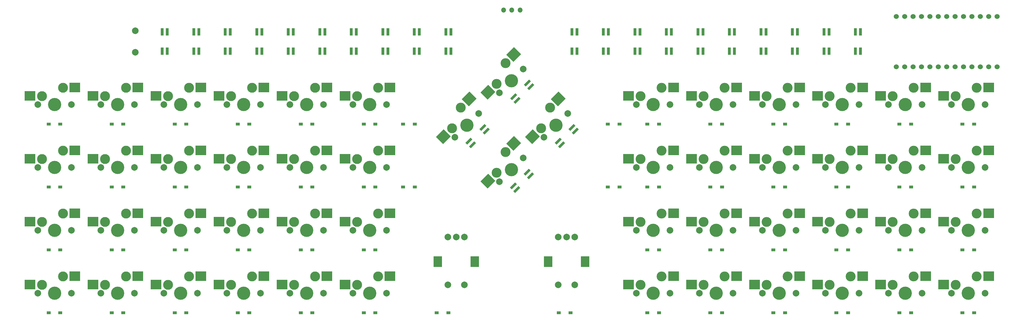
<source format=gbs>
G04 #@! TF.GenerationSoftware,KiCad,Pcbnew,(6.0.2)*
G04 #@! TF.CreationDate,2022-02-24T21:52:04+09:00*
G04 #@! TF.ProjectId,RoSoR,526f536f-522e-46b6-9963-61645f706362,rev?*
G04 #@! TF.SameCoordinates,Original*
G04 #@! TF.FileFunction,Soldermask,Bot*
G04 #@! TF.FilePolarity,Negative*
%FSLAX46Y46*%
G04 Gerber Fmt 4.6, Leading zero omitted, Abs format (unit mm)*
G04 Created by KiCad (PCBNEW (6.0.2)) date 2022-02-24 21:52:04*
%MOMM*%
%LPD*%
G01*
G04 APERTURE LIST*
G04 Aperture macros list*
%AMRotRect*
0 Rectangle, with rotation*
0 The origin of the aperture is its center*
0 $1 length*
0 $2 width*
0 $3 Rotation angle, in degrees counterclockwise*
0 Add horizontal line*
21,1,$1,$2,0,0,$3*%
G04 Aperture macros list end*
%ADD10C,4.000000*%
%ADD11C,3.000000*%
%ADD12C,2.000000*%
%ADD13R,3.300000X3.000000*%
%ADD14RotRect,3.300000X3.000000X225.000000*%
%ADD15R,1.300000X0.950000*%
%ADD16R,0.820000X2.200000*%
%ADD17RotRect,2.200000X0.820000X45.000000*%
%ADD18R,2.500000X3.200000*%
%ADD19C,1.524000*%
%ADD20O,1.500000X1.500000*%
G04 APERTURE END LIST*
D10*
X252412500Y-47625000D03*
D11*
X254952500Y-42545000D03*
D12*
X257492500Y-47625000D03*
X247332500Y-47625000D03*
D11*
X248602500Y-45085000D03*
D13*
X244962500Y-45045000D03*
X258562500Y-42505000D03*
D10*
X184920385Y-53951635D03*
D12*
X188512487Y-50359533D03*
D11*
X180430257Y-54849661D03*
X183124334Y-48563481D03*
D12*
X181328283Y-57543737D03*
D14*
X177828104Y-57395245D03*
X185648705Y-45982542D03*
D11*
X54927500Y-42545000D03*
D12*
X57467500Y-47625000D03*
D10*
X52387500Y-47625000D03*
D11*
X48577500Y-45085000D03*
D12*
X47307500Y-47625000D03*
D13*
X44937500Y-45045000D03*
X58537500Y-42505000D03*
D15*
X212537680Y-91678202D03*
X216087680Y-91678202D03*
X88712576Y-72628186D03*
X92262576Y-72628186D03*
D12*
X295592500Y-47625000D03*
D10*
X290512500Y-47625000D03*
D11*
X293052500Y-42545000D03*
X286702500Y-45085000D03*
D12*
X285432500Y-47625000D03*
D13*
X283062500Y-45045000D03*
X296662500Y-42505000D03*
D12*
X57745458Y-25325072D03*
X57745458Y-31825072D03*
X209232500Y-85725000D03*
D10*
X214312500Y-85725000D03*
D11*
X210502500Y-83185000D03*
X216852500Y-80645000D03*
D12*
X219392500Y-85725000D03*
D13*
X206862500Y-83145000D03*
X220462500Y-80605000D03*
D15*
X269687728Y-110728218D03*
X273237728Y-110728218D03*
X69662560Y-110728218D03*
X73212560Y-110728218D03*
D16*
X84975000Y-25625000D03*
X84975000Y-31525000D03*
X86475000Y-31525000D03*
X86475000Y-25625000D03*
D17*
X189748728Y-54610566D03*
X185576798Y-58782496D03*
X186637458Y-59843156D03*
X190809388Y-55671226D03*
D15*
X307787760Y-91678202D03*
X311337760Y-91678202D03*
D12*
X114617500Y-85725000D03*
D11*
X105727500Y-83185000D03*
D10*
X109537500Y-85725000D03*
D12*
X104457500Y-85725000D03*
D11*
X112077500Y-80645000D03*
D13*
X102087500Y-83145000D03*
X115687500Y-80605000D03*
D12*
X28257500Y-85725000D03*
D11*
X35877500Y-80645000D03*
D12*
X38417500Y-85725000D03*
D10*
X33337500Y-85725000D03*
D11*
X29527500Y-83185000D03*
D13*
X25887500Y-83145000D03*
X39487500Y-80605000D03*
D15*
X69662560Y-72628186D03*
X73212560Y-72628186D03*
X307787760Y-72628186D03*
X311337760Y-72628186D03*
D12*
X266382500Y-85725000D03*
D11*
X274002500Y-80645000D03*
X267652500Y-83185000D03*
D10*
X271462500Y-85725000D03*
D12*
X276542500Y-85725000D03*
D13*
X264012500Y-83145000D03*
X277612500Y-80605000D03*
D15*
X250637712Y-72628186D03*
X254187712Y-72628186D03*
X269687728Y-91678202D03*
X273237728Y-91678202D03*
X50612544Y-72628186D03*
X54162544Y-72628186D03*
D10*
X252412500Y-85725000D03*
D11*
X254952500Y-80645000D03*
D12*
X247332500Y-85725000D03*
D11*
X248602500Y-83185000D03*
D12*
X257492500Y-85725000D03*
D13*
X244962500Y-83145000D03*
X258562500Y-80605000D03*
D12*
X76517500Y-66675000D03*
D11*
X67627500Y-64135000D03*
D10*
X71437500Y-66675000D03*
D11*
X73977500Y-61595000D03*
D12*
X66357500Y-66675000D03*
D13*
X63987500Y-64095000D03*
X77587500Y-61555000D03*
D10*
X252412500Y-104775000D03*
D12*
X247332500Y-104775000D03*
X257492500Y-104775000D03*
D11*
X254952500Y-99695000D03*
X248602500Y-102235000D03*
D13*
X244962500Y-102195000D03*
X258562500Y-99655000D03*
D15*
X88712576Y-110728218D03*
X92262576Y-110728218D03*
D12*
X133667500Y-66675000D03*
D11*
X131127500Y-61595000D03*
X124777500Y-64135000D03*
D10*
X128587500Y-66675000D03*
D12*
X123507500Y-66675000D03*
D13*
X121137500Y-64095000D03*
X134737500Y-61555000D03*
D12*
X95567500Y-104775000D03*
D11*
X86677500Y-102235000D03*
X93027500Y-99695000D03*
D12*
X85407500Y-104775000D03*
D10*
X90487500Y-104775000D03*
D13*
X83037500Y-102195000D03*
X96637500Y-99655000D03*
D15*
X148839442Y-110728218D03*
X152389442Y-110728218D03*
D12*
X285432500Y-85725000D03*
D11*
X286702500Y-83185000D03*
D10*
X290512500Y-85725000D03*
D12*
X295592500Y-85725000D03*
D11*
X293052500Y-80645000D03*
D13*
X283062500Y-83145000D03*
X296662500Y-80605000D03*
D12*
X66357500Y-47625000D03*
D11*
X73977500Y-42545000D03*
X67627500Y-45085000D03*
D12*
X76517500Y-47625000D03*
D10*
X71437500Y-47625000D03*
D13*
X63987500Y-45045000D03*
X77587500Y-42505000D03*
D15*
X50612544Y-53578170D03*
X54162544Y-53578170D03*
D12*
X238442500Y-47625000D03*
X228282500Y-47625000D03*
D11*
X235902500Y-42545000D03*
X229552500Y-45085000D03*
D10*
X233362500Y-47625000D03*
D13*
X225912500Y-45045000D03*
X239512500Y-42505000D03*
D15*
X50612544Y-91678202D03*
X54162544Y-91678202D03*
D11*
X305752500Y-83185000D03*
D12*
X304482500Y-85725000D03*
D11*
X312102500Y-80645000D03*
D10*
X309562500Y-85725000D03*
D12*
X314642500Y-85725000D03*
D13*
X302112500Y-83145000D03*
X315712500Y-80605000D03*
D10*
X309562500Y-104775000D03*
D12*
X304482500Y-104775000D03*
D11*
X312102500Y-99695000D03*
X305752500Y-102235000D03*
D12*
X314642500Y-104775000D03*
D13*
X302112500Y-102195000D03*
X315712500Y-99655000D03*
D12*
X238442500Y-66675000D03*
D11*
X229552500Y-64135000D03*
X235902500Y-61595000D03*
D12*
X228282500Y-66675000D03*
D10*
X233362500Y-66675000D03*
D13*
X225912500Y-64095000D03*
X239512500Y-61555000D03*
D15*
X107762592Y-91678202D03*
X111312592Y-91678202D03*
D17*
X162810773Y-54608071D03*
X158638843Y-58780001D03*
X159699503Y-59840661D03*
X163871433Y-55668731D03*
D15*
X138718868Y-72628186D03*
X142268868Y-72628186D03*
X200631420Y-53578170D03*
X204181420Y-53578170D03*
D10*
X233362500Y-104775000D03*
D11*
X229552500Y-102235000D03*
D12*
X238442500Y-104775000D03*
D11*
X235902500Y-99695000D03*
D12*
X228282500Y-104775000D03*
D13*
X225912500Y-102195000D03*
X239512500Y-99655000D03*
D15*
X231587696Y-53578170D03*
X235137696Y-53578170D03*
D12*
X38417500Y-47625000D03*
D11*
X29527500Y-45085000D03*
D12*
X28257500Y-47625000D03*
D10*
X33337500Y-47625000D03*
D11*
X35877500Y-42545000D03*
D13*
X25887500Y-45045000D03*
X39487500Y-42505000D03*
D12*
X157281250Y-87750000D03*
X152281250Y-87750000D03*
X154781250Y-87750000D03*
D18*
X160381250Y-95250000D03*
X149181250Y-95250000D03*
D12*
X152281250Y-102250000D03*
X157281250Y-102250000D03*
D16*
X132600000Y-25625000D03*
X132600000Y-31525000D03*
X134100000Y-31525000D03*
X134100000Y-25625000D03*
D15*
X307787760Y-53578170D03*
X311337760Y-53578170D03*
X212537680Y-110728218D03*
X216087680Y-110728218D03*
D16*
X104025000Y-25625000D03*
X104025000Y-31525000D03*
X105525000Y-31525000D03*
X105525000Y-25625000D03*
D12*
X190618750Y-87750000D03*
X185618750Y-87750000D03*
X188118750Y-87750000D03*
D18*
X182518750Y-95250000D03*
X193718750Y-95250000D03*
D12*
X185618750Y-102250000D03*
X190618750Y-102250000D03*
D15*
X288737744Y-72628186D03*
X292287744Y-72628186D03*
D12*
X47307500Y-85725000D03*
D10*
X52387500Y-85725000D03*
D11*
X48577500Y-83185000D03*
D12*
X57467500Y-85725000D03*
D11*
X54927500Y-80645000D03*
D13*
X44937500Y-83145000D03*
X58537500Y-80605000D03*
D11*
X267652500Y-45085000D03*
D10*
X271462500Y-47625000D03*
D11*
X274002500Y-42545000D03*
D12*
X276542500Y-47625000D03*
X266382500Y-47625000D03*
D13*
X264012500Y-45045000D03*
X277612500Y-42505000D03*
D11*
X305752500Y-64135000D03*
D12*
X304482500Y-66675000D03*
X314642500Y-66675000D03*
D10*
X309562500Y-66675000D03*
D11*
X312102500Y-61595000D03*
D13*
X302112500Y-64095000D03*
X315712500Y-61555000D03*
D15*
X307787760Y-110728218D03*
X311337760Y-110728218D03*
X31562528Y-72628186D03*
X35112528Y-72628186D03*
D17*
X176205293Y-68151419D03*
X172033363Y-72323349D03*
X173094023Y-73384009D03*
X177265953Y-69212079D03*
D16*
X227850000Y-25625000D03*
X227850000Y-31525000D03*
X229350000Y-31525000D03*
X229350000Y-25625000D03*
D15*
X31562528Y-53578170D03*
X35112528Y-53578170D03*
D19*
X290322000Y-36231400D03*
X292862000Y-36231400D03*
X295402000Y-36231400D03*
X297942000Y-36231400D03*
X300482000Y-36231400D03*
X303022000Y-36231400D03*
X305562000Y-36231400D03*
X308102000Y-36231400D03*
X310642000Y-36231400D03*
X313182000Y-36231400D03*
X315722000Y-36231400D03*
X318262000Y-36231400D03*
X318262000Y-21011400D03*
X315722000Y-21011400D03*
X313182000Y-21011400D03*
X310642000Y-21011400D03*
X308102000Y-21011400D03*
X305562000Y-21011400D03*
X303022000Y-21011400D03*
X300482000Y-21011400D03*
X297942000Y-21011400D03*
X295402000Y-21011400D03*
X292862000Y-21011400D03*
X290322000Y-21011400D03*
X287782000Y-21011400D03*
X287782000Y-36231400D03*
D15*
X50612544Y-110728218D03*
X54162544Y-110728218D03*
D12*
X175042102Y-36889148D03*
D11*
X166959872Y-41379276D03*
X169653949Y-35093096D03*
D12*
X167857898Y-44073352D03*
D10*
X171450000Y-40481250D03*
D14*
X164357719Y-43924860D03*
X172178320Y-32512157D03*
D15*
X88712576Y-53578170D03*
X92262576Y-53578170D03*
D16*
X123075000Y-25625000D03*
X123075000Y-31525000D03*
X124575000Y-31525000D03*
X124575000Y-25625000D03*
D10*
X128587500Y-47625000D03*
D12*
X133667500Y-47625000D03*
X123507500Y-47625000D03*
D11*
X131127500Y-42545000D03*
X124777500Y-45085000D03*
D13*
X121137500Y-45045000D03*
X134737500Y-42505000D03*
D12*
X104457500Y-104775000D03*
D11*
X105727500Y-102235000D03*
D12*
X114617500Y-104775000D03*
D11*
X112077500Y-99695000D03*
D10*
X109537500Y-104775000D03*
D13*
X102087500Y-102195000D03*
X115687500Y-99655000D03*
D16*
X199275000Y-25625000D03*
X199275000Y-31525000D03*
X200775000Y-31525000D03*
X200775000Y-25625000D03*
D15*
X185748910Y-110728218D03*
X189298910Y-110728218D03*
D11*
X48577500Y-64135000D03*
D12*
X57467500Y-66675000D03*
D11*
X54927500Y-61595000D03*
D12*
X47307500Y-66675000D03*
D10*
X52387500Y-66675000D03*
D13*
X44937500Y-64095000D03*
X58537500Y-61555000D03*
D16*
X75450000Y-25625000D03*
X75450000Y-31525000D03*
X76950000Y-31525000D03*
X76950000Y-25625000D03*
D15*
X69662560Y-91678202D03*
X73212560Y-91678202D03*
X250637712Y-110728218D03*
X254187712Y-110728218D03*
X269687728Y-53578170D03*
X273237728Y-53578170D03*
D11*
X105727500Y-64135000D03*
D12*
X104457500Y-66675000D03*
D11*
X112077500Y-61595000D03*
D12*
X114617500Y-66675000D03*
D10*
X109537500Y-66675000D03*
D13*
X102087500Y-64095000D03*
X115687500Y-61555000D03*
D16*
X142125000Y-25625000D03*
X142125000Y-31525000D03*
X143625000Y-31525000D03*
X143625000Y-25625000D03*
X151650000Y-25625000D03*
X151650000Y-31525000D03*
X153150000Y-31525000D03*
X153150000Y-25625000D03*
D12*
X161571718Y-50359533D03*
D11*
X153489488Y-54849661D03*
D12*
X154387514Y-57543737D03*
D11*
X156183565Y-48563481D03*
D10*
X157979616Y-53951635D03*
D14*
X150887335Y-57395245D03*
X158707936Y-45982542D03*
D10*
X214312500Y-47625000D03*
D11*
X210502500Y-45085000D03*
D12*
X219392500Y-47625000D03*
X209232500Y-47625000D03*
D11*
X216852500Y-42545000D03*
D13*
X206862500Y-45045000D03*
X220462500Y-42505000D03*
D12*
X66357500Y-85725000D03*
X76517500Y-85725000D03*
D11*
X67627500Y-83185000D03*
X73977500Y-80645000D03*
D10*
X71437500Y-85725000D03*
D13*
X63987500Y-83145000D03*
X77587500Y-80605000D03*
D16*
X275475000Y-25625000D03*
X275475000Y-31525000D03*
X276975000Y-31525000D03*
X276975000Y-25625000D03*
D15*
X200631420Y-72628186D03*
X204181420Y-72628186D03*
X231587696Y-110728218D03*
X235137696Y-110728218D03*
D10*
X252412500Y-66675000D03*
D11*
X248602500Y-64135000D03*
D12*
X257492500Y-66675000D03*
D11*
X254952500Y-61595000D03*
D12*
X247332500Y-66675000D03*
D13*
X244962500Y-64095000D03*
X258562500Y-61555000D03*
D12*
X266382500Y-104775000D03*
D11*
X274002500Y-99695000D03*
X267652500Y-102235000D03*
D10*
X271462500Y-104775000D03*
D12*
X276542500Y-104775000D03*
D13*
X264012500Y-102195000D03*
X277612500Y-99655000D03*
D15*
X126812608Y-110728218D03*
X130362608Y-110728218D03*
D16*
X237375000Y-25625000D03*
X237375000Y-31525000D03*
X238875000Y-31525000D03*
X238875000Y-25625000D03*
X218325000Y-25625000D03*
X218325000Y-31525000D03*
X219825000Y-31525000D03*
X219825000Y-25625000D03*
X208800000Y-25625000D03*
X208800000Y-31525000D03*
X210300000Y-31525000D03*
X210300000Y-25625000D03*
D17*
X176279707Y-41139137D03*
X172107777Y-45311067D03*
X173168437Y-46371727D03*
X177340367Y-42199797D03*
D16*
X94500000Y-25625000D03*
X94500000Y-31525000D03*
X96000000Y-31525000D03*
X96000000Y-25625000D03*
D15*
X288737744Y-91678202D03*
X292287744Y-91678202D03*
X288737744Y-53578170D03*
X292287744Y-53578170D03*
D12*
X295592500Y-66675000D03*
D10*
X290512500Y-66675000D03*
D11*
X286702500Y-64135000D03*
X293052500Y-61595000D03*
D12*
X285432500Y-66675000D03*
D13*
X283062500Y-64095000D03*
X296662500Y-61555000D03*
D12*
X285432500Y-104775000D03*
D10*
X290512500Y-104775000D03*
D11*
X293052500Y-99695000D03*
D12*
X295592500Y-104775000D03*
D11*
X286702500Y-102235000D03*
D13*
X283062500Y-102195000D03*
X296662500Y-99655000D03*
D16*
X265950000Y-25625000D03*
X265950000Y-31525000D03*
X267450000Y-31525000D03*
X267450000Y-25625000D03*
D10*
X71437500Y-104775000D03*
D11*
X73977500Y-99695000D03*
D12*
X66357500Y-104775000D03*
X76517500Y-104775000D03*
D11*
X67627500Y-102235000D03*
D13*
X63987500Y-102195000D03*
X77587500Y-99655000D03*
D15*
X126812608Y-72628186D03*
X130362608Y-72628186D03*
X88712576Y-91678202D03*
X92262576Y-91678202D03*
X212537680Y-53578170D03*
X216087680Y-53578170D03*
X138718868Y-53578170D03*
X142268868Y-53578170D03*
X231587500Y-72628186D03*
X235137500Y-72628186D03*
D12*
X209232500Y-104775000D03*
D11*
X210502500Y-102235000D03*
D12*
X219392500Y-104775000D03*
D10*
X214312500Y-104775000D03*
D11*
X216852500Y-99695000D03*
D13*
X206862500Y-102195000D03*
X220462500Y-99655000D03*
D11*
X305752500Y-45085000D03*
X312102500Y-42545000D03*
D12*
X304482500Y-47625000D03*
D10*
X309562500Y-47625000D03*
D12*
X314642500Y-47625000D03*
D13*
X302112500Y-45045000D03*
X315712500Y-42505000D03*
D15*
X31562528Y-91678202D03*
X35112528Y-91678202D03*
X250637712Y-53578170D03*
X254187712Y-53578170D03*
D10*
X90487500Y-66675000D03*
D11*
X86677500Y-64135000D03*
D12*
X95567500Y-66675000D03*
X85407500Y-66675000D03*
D11*
X93027500Y-61595000D03*
D13*
X83037500Y-64095000D03*
X96637500Y-61555000D03*
D15*
X31562528Y-110728218D03*
X35112528Y-110728218D03*
D12*
X219392500Y-66675000D03*
D11*
X210502500Y-64135000D03*
D10*
X214312500Y-66675000D03*
D11*
X216852500Y-61595000D03*
D12*
X209232500Y-66675000D03*
D13*
X206862500Y-64095000D03*
X220462500Y-61555000D03*
D12*
X114617500Y-47625000D03*
D11*
X105727500Y-45085000D03*
D10*
X109537500Y-47625000D03*
D11*
X112077500Y-42545000D03*
D12*
X104457500Y-47625000D03*
D13*
X102087500Y-45045000D03*
X115687500Y-42505000D03*
D16*
X256425000Y-25625000D03*
X256425000Y-31525000D03*
X257925000Y-31525000D03*
X257925000Y-25625000D03*
D15*
X126812608Y-91678202D03*
X130362608Y-91678202D03*
D11*
X93027500Y-80645000D03*
D12*
X85407500Y-85725000D03*
X95567500Y-85725000D03*
D10*
X90487500Y-85725000D03*
D11*
X86677500Y-83185000D03*
D13*
X83037500Y-83145000D03*
X96637500Y-80605000D03*
D15*
X288737744Y-110728218D03*
X292287744Y-110728218D03*
D11*
X124777500Y-83185000D03*
D12*
X133667500Y-85725000D03*
D10*
X128587500Y-85725000D03*
D11*
X131127500Y-80645000D03*
D12*
X123507500Y-85725000D03*
D13*
X121137500Y-83145000D03*
X134737500Y-80605000D03*
D11*
X35877500Y-61595000D03*
D12*
X38417500Y-66675000D03*
D11*
X29527500Y-64135000D03*
D12*
X28257500Y-66675000D03*
D10*
X33337500Y-66675000D03*
D13*
X25887500Y-64095000D03*
X39487500Y-61555000D03*
D10*
X128587500Y-104775000D03*
D11*
X131127500Y-99695000D03*
D12*
X133667500Y-104775000D03*
X123507500Y-104775000D03*
D11*
X124777500Y-102235000D03*
D13*
X121137500Y-102195000D03*
X134737500Y-99655000D03*
D16*
X65925000Y-25625000D03*
X65925000Y-31525000D03*
X67425000Y-31525000D03*
X67425000Y-25625000D03*
X113550000Y-25625000D03*
X113550000Y-31525000D03*
X115050000Y-31525000D03*
X115050000Y-25625000D03*
D12*
X38417500Y-104775000D03*
D11*
X29527500Y-102235000D03*
X35877500Y-99695000D03*
D10*
X33337500Y-104775000D03*
D12*
X28257500Y-104775000D03*
D13*
X25887500Y-102195000D03*
X39487500Y-99655000D03*
D20*
X171568750Y-19050000D03*
X169068750Y-19050000D03*
X174068750Y-19050000D03*
D15*
X107762500Y-53578170D03*
X111312500Y-53578170D03*
D16*
X246900000Y-25625000D03*
X246900000Y-31525000D03*
X248400000Y-31525000D03*
X248400000Y-25625000D03*
D15*
X231587696Y-91678202D03*
X235137696Y-91678202D03*
D12*
X85407500Y-47625000D03*
D10*
X90487500Y-47625000D03*
D12*
X95567500Y-47625000D03*
D11*
X86677500Y-45085000D03*
X93027500Y-42545000D03*
D13*
X83037500Y-45045000D03*
X96637500Y-42505000D03*
D11*
X54927500Y-99695000D03*
D12*
X57467500Y-104775000D03*
D11*
X48577500Y-102235000D03*
D12*
X47307500Y-104775000D03*
D10*
X52387500Y-104775000D03*
D13*
X44937500Y-102195000D03*
X58537500Y-99655000D03*
D10*
X171450000Y-67422019D03*
D11*
X166959872Y-68320045D03*
D12*
X175042102Y-63829917D03*
X167857898Y-71014121D03*
D11*
X169653949Y-62033865D03*
D14*
X164357719Y-70865629D03*
X172178320Y-59452926D03*
D15*
X269687500Y-72628186D03*
X273237500Y-72628186D03*
X250637712Y-91678202D03*
X254187712Y-91678202D03*
X107762592Y-110728218D03*
X111312592Y-110728218D03*
X107762592Y-72628186D03*
X111312592Y-72628186D03*
X69662560Y-53578170D03*
X73212560Y-53578170D03*
D11*
X229552500Y-83185000D03*
D12*
X228282500Y-85725000D03*
D10*
X233362500Y-85725000D03*
D11*
X235902500Y-80645000D03*
D12*
X238442500Y-85725000D03*
D13*
X225912500Y-83145000D03*
X239512500Y-80605000D03*
D15*
X212537680Y-72628186D03*
X216087680Y-72628186D03*
D12*
X276542500Y-66675000D03*
X266382500Y-66675000D03*
D11*
X274002500Y-61595000D03*
D10*
X271462500Y-66675000D03*
D11*
X267652500Y-64135000D03*
D13*
X264012500Y-64095000D03*
X277612500Y-61555000D03*
D16*
X189750000Y-25625000D03*
X189750000Y-31525000D03*
X191250000Y-31525000D03*
X191250000Y-25625000D03*
D15*
X126812608Y-53578170D03*
X130362608Y-53578170D03*
M02*

</source>
